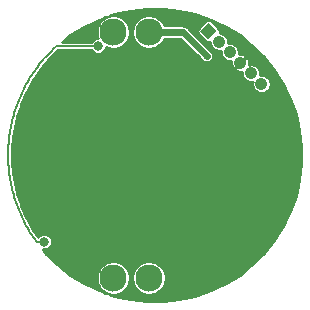
<source format=gbr>
G04 #@! TF.GenerationSoftware,KiCad,Pcbnew,5.1.5-52549c5~84~ubuntu19.04.1*
G04 #@! TF.CreationDate,2020-02-16T02:06:15+01:00*
G04 #@! TF.ProjectId,ilulissat,696c756c-6973-4736-9174-2e6b69636164,rev?*
G04 #@! TF.SameCoordinates,Original*
G04 #@! TF.FileFunction,Copper,L2,Bot*
G04 #@! TF.FilePolarity,Positive*
%FSLAX46Y46*%
G04 Gerber Fmt 4.6, Leading zero omitted, Abs format (unit mm)*
G04 Created by KiCad (PCBNEW 5.1.5-52549c5~84~ubuntu19.04.1) date 2020-02-16 02:06:15*
%MOMM*%
%LPD*%
G04 APERTURE LIST*
%ADD10C,1.000000*%
%ADD11C,0.100000*%
%ADD12C,17.800000*%
%ADD13C,2.300000*%
%ADD14R,2.700000X6.260000*%
%ADD15C,0.600000*%
%ADD16C,0.800000*%
%ADD17C,0.600000*%
%ADD18C,0.127000*%
%ADD19C,0.220000*%
G04 APERTURE END LIST*
D10*
X159040128Y-93990128D02*
X159040128Y-93990128D01*
X158142102Y-93092102D02*
X158142102Y-93092102D01*
X157244077Y-92194077D02*
X157244077Y-92194077D01*
X156346051Y-91296051D02*
X156346051Y-91296051D01*
X155448026Y-90398026D02*
X155448026Y-90398026D01*
G04 #@! TA.AperFunction,ComponentPad*
D11*
G36*
X154550000Y-90207107D02*
G01*
X153842893Y-89500000D01*
X154550000Y-88792893D01*
X155257107Y-89500000D01*
X154550000Y-90207107D01*
G37*
G04 #@! TD.AperFunction*
D12*
X148000000Y-100000000D03*
D13*
X149500000Y-110400000D03*
X146500000Y-110400000D03*
X149500000Y-89600000D03*
X146500000Y-89600000D03*
D14*
X160150000Y-101500000D03*
D15*
X142700000Y-101800000D03*
X152500000Y-95300000D03*
X148700000Y-97900000D03*
X147800000Y-97900000D03*
X146900000Y-97900000D03*
X146900000Y-97100000D03*
X147800000Y-97100000D03*
X148700000Y-97100000D03*
X148700000Y-96300000D03*
X147800000Y-96300000D03*
X146900000Y-96300000D03*
X141300000Y-97700000D03*
X142300000Y-97700000D03*
X144800000Y-97200000D03*
X160600000Y-96200000D03*
X157575000Y-98400000D03*
X158300000Y-104350000D03*
X162000000Y-97900000D03*
X158300000Y-103600000D03*
X158300000Y-99100000D03*
X153600000Y-98400000D03*
X152500000Y-96200000D03*
X152500000Y-98400000D03*
X158390904Y-96200000D03*
X156125000Y-98400000D03*
X153600000Y-99100000D03*
X156850000Y-98400000D03*
X158300000Y-101350000D03*
X154500000Y-99100000D03*
X161300000Y-97900000D03*
X160700000Y-105100000D03*
X158300000Y-100600000D03*
X156181815Y-96200000D03*
X158300000Y-105100000D03*
X158300000Y-99850000D03*
X158300000Y-102100000D03*
X159863630Y-96200000D03*
X158300000Y-98400000D03*
X155400000Y-99100000D03*
X160600000Y-97100000D03*
X159127267Y-96200000D03*
X154709089Y-96200000D03*
X159100000Y-105100000D03*
X159900000Y-105100000D03*
X157654541Y-96200000D03*
X155400000Y-98400000D03*
X158300000Y-102850000D03*
X153972726Y-96200000D03*
X160600000Y-97900000D03*
X153236363Y-96200000D03*
X156918178Y-96200000D03*
X155445452Y-96200000D03*
X151725000Y-103400000D03*
X153100000Y-107375000D03*
X150175000Y-105800000D03*
X154400000Y-101400000D03*
X151600000Y-93025000D03*
X143225000Y-109525000D03*
X143475000Y-89725000D03*
X145500000Y-94800000D03*
X148025000Y-91800000D03*
X154400000Y-91600000D03*
D16*
X145200000Y-90775000D03*
X140625000Y-107325000D03*
D17*
X154100001Y-91300001D02*
X154400000Y-91600000D01*
X152400000Y-89600000D02*
X154100001Y-91300001D01*
X149500000Y-89600000D02*
X152400000Y-89600000D01*
D18*
X139971832Y-107313049D02*
X139999284Y-107350000D01*
X139843640Y-107133946D02*
X139971832Y-107313049D01*
X139718621Y-106952559D02*
X139843640Y-107133946D01*
X139596859Y-106769009D02*
X139718621Y-106952559D01*
X139478348Y-106583287D02*
X139596859Y-106769009D01*
X138481288Y-104622130D02*
X138565159Y-104825893D01*
X138401078Y-104416993D02*
X138481288Y-104622130D01*
X138251614Y-104002533D02*
X138324509Y-104210433D01*
X140600000Y-107350000D02*
X140625000Y-107325000D01*
X137892734Y-102731109D02*
X137943110Y-102945547D01*
X139999284Y-107350000D02*
X140600000Y-107350000D01*
X137846165Y-102515782D02*
X137892734Y-102731109D01*
X137803430Y-102299680D02*
X137846165Y-102515782D01*
X137764528Y-102082803D02*
X137803430Y-102299680D01*
X138324509Y-104210433D02*
X138401078Y-104416993D01*
X137612460Y-100770506D02*
X137628088Y-100990268D01*
X137600735Y-100550517D02*
X137612460Y-100770506D01*
X137589010Y-100110160D02*
X137592917Y-100330357D01*
X137589010Y-99889848D02*
X137589010Y-100110160D01*
X137592918Y-99669642D02*
X137589010Y-99889848D01*
X139363156Y-93604504D02*
X139251305Y-93794328D01*
X137647607Y-101209637D02*
X137671022Y-101428676D01*
X138936289Y-94375132D02*
X138838198Y-94572385D01*
X139478346Y-93416717D02*
X139363156Y-93604504D01*
X139142907Y-93985985D02*
X139037858Y-94179668D01*
X138182436Y-103793419D02*
X138251614Y-104002533D01*
X139718621Y-93047441D02*
X139596862Y-93230987D01*
X137600736Y-99449477D02*
X137592918Y-99669642D01*
X139251305Y-93794328D02*
X139142907Y-93985985D01*
X138116964Y-103583054D02*
X138182436Y-103793419D01*
X139843638Y-92866057D02*
X139718621Y-93047441D01*
X138055256Y-103371636D02*
X138116964Y-103583054D01*
X139971839Y-92686942D02*
X139843638Y-92866057D01*
X137997280Y-103159042D02*
X138055256Y-103371636D01*
X140103252Y-92510059D02*
X139971839Y-92686942D01*
X141581129Y-90880381D02*
X141420599Y-91031236D01*
X137592917Y-100330357D02*
X137600735Y-100550517D01*
X145200000Y-90775000D02*
X141697335Y-90775000D01*
X138652586Y-105028023D02*
X138743625Y-105228655D01*
X138743624Y-94771348D02*
X138652583Y-94971983D01*
X139037858Y-105820331D02*
X139142893Y-106013989D01*
X137943113Y-97054443D02*
X137892738Y-97268877D01*
X141262821Y-91184868D02*
X141107728Y-91341343D01*
X138838192Y-105427603D02*
X138936288Y-105624865D01*
X138565158Y-95174108D02*
X138481288Y-95377870D01*
X141420599Y-91031236D02*
X141262821Y-91184868D01*
X138743625Y-105228655D02*
X138838192Y-105427603D01*
X138652583Y-94971983D02*
X138565158Y-95174108D01*
X139142893Y-106013989D02*
X139251351Y-106205754D01*
X137892738Y-97268877D02*
X137846167Y-97484213D01*
X141107728Y-91341343D02*
X140955423Y-91500561D01*
X138936288Y-105624865D02*
X139037858Y-105820331D01*
X138481288Y-95377870D02*
X138401080Y-95583001D01*
X137943110Y-102945547D02*
X137997280Y-103159042D01*
X140237702Y-92335643D02*
X140103252Y-92510059D01*
X137647608Y-98790365D02*
X137628088Y-99009744D01*
X140955423Y-91500561D02*
X140806021Y-91662398D01*
X138401080Y-95583001D02*
X138324514Y-95789554D01*
X138324514Y-95789554D02*
X138251622Y-95997447D01*
X137729501Y-98134611D02*
X137698327Y-98352688D01*
X140659500Y-91826880D02*
X140515862Y-91994004D01*
X137698327Y-98352688D02*
X137671022Y-98571331D01*
X140515862Y-91994004D02*
X140375310Y-92163535D01*
X137671022Y-98571331D02*
X137647608Y-98790365D01*
X140375310Y-92163535D02*
X140237702Y-92335643D01*
X137628088Y-100990268D02*
X137647607Y-101209637D01*
X139037858Y-94179668D02*
X138936289Y-94375132D01*
X139596862Y-93230987D02*
X139478346Y-93416717D01*
X141697335Y-90775000D02*
X141581129Y-90880381D01*
X138565159Y-104825893D02*
X138652586Y-105028023D01*
X137671022Y-101428676D02*
X137698327Y-101647317D01*
X138838198Y-94572385D02*
X138743624Y-94771348D01*
X137997281Y-96840955D02*
X137943113Y-97054443D01*
X140806021Y-91662398D02*
X140659500Y-91826880D01*
X137764528Y-97917201D02*
X137729501Y-98134611D01*
X139251351Y-106205754D02*
X139363143Y-106395475D01*
X137698327Y-101647317D02*
X137729501Y-101865394D01*
X137846167Y-97484213D02*
X137803432Y-97700317D01*
X138251622Y-95997447D02*
X138182433Y-96206594D01*
X139363143Y-106395475D02*
X139478348Y-106583287D01*
X137729501Y-101865394D02*
X137764528Y-102082803D01*
X137803432Y-97700317D02*
X137764528Y-97917201D01*
X138182433Y-96206594D02*
X138116963Y-96416949D01*
X138116963Y-96416949D02*
X138055258Y-96628359D01*
X138055258Y-96628359D02*
X137997281Y-96840955D01*
X137628088Y-99009744D02*
X137612461Y-99229486D01*
X137612461Y-99229486D02*
X137600736Y-99449477D01*
D19*
G36*
X152078250Y-87768298D02*
G01*
X153434698Y-88077899D01*
X154747953Y-88537427D01*
X156001500Y-89141103D01*
X157179575Y-89881336D01*
X158267362Y-90748818D01*
X159251182Y-91732638D01*
X160118664Y-92820425D01*
X160858897Y-93998500D01*
X161462573Y-95252047D01*
X161922101Y-96565302D01*
X162231702Y-97921750D01*
X162387481Y-99304334D01*
X162387481Y-100695666D01*
X162231702Y-102078250D01*
X161922101Y-103434698D01*
X161462573Y-104747953D01*
X160858897Y-106001500D01*
X160118664Y-107179575D01*
X159251182Y-108267362D01*
X158267362Y-109251182D01*
X157179575Y-110118664D01*
X156001500Y-110858897D01*
X154747953Y-111462573D01*
X153434698Y-111922101D01*
X152078250Y-112231702D01*
X150695666Y-112387481D01*
X149304334Y-112387481D01*
X147921750Y-112231702D01*
X146565302Y-111922101D01*
X146145897Y-111775345D01*
X146360339Y-111818000D01*
X146639661Y-111818000D01*
X146913615Y-111763507D01*
X147171675Y-111656615D01*
X147403922Y-111501432D01*
X147601432Y-111303922D01*
X147756615Y-111071675D01*
X147863507Y-110813615D01*
X147918000Y-110539661D01*
X147918000Y-110260339D01*
X148082000Y-110260339D01*
X148082000Y-110539661D01*
X148136493Y-110813615D01*
X148243385Y-111071675D01*
X148398568Y-111303922D01*
X148596078Y-111501432D01*
X148828325Y-111656615D01*
X149086385Y-111763507D01*
X149360339Y-111818000D01*
X149639661Y-111818000D01*
X149913615Y-111763507D01*
X150171675Y-111656615D01*
X150403922Y-111501432D01*
X150601432Y-111303922D01*
X150756615Y-111071675D01*
X150863507Y-110813615D01*
X150918000Y-110539661D01*
X150918000Y-110260339D01*
X150863507Y-109986385D01*
X150756615Y-109728325D01*
X150601432Y-109496078D01*
X150403922Y-109298568D01*
X150171675Y-109143385D01*
X149913615Y-109036493D01*
X149639661Y-108982000D01*
X149360339Y-108982000D01*
X149086385Y-109036493D01*
X148828325Y-109143385D01*
X148596078Y-109298568D01*
X148398568Y-109496078D01*
X148243385Y-109728325D01*
X148136493Y-109986385D01*
X148082000Y-110260339D01*
X147918000Y-110260339D01*
X147863507Y-109986385D01*
X147756615Y-109728325D01*
X147601432Y-109496078D01*
X147403922Y-109298568D01*
X147171675Y-109143385D01*
X146913615Y-109036493D01*
X146639661Y-108982000D01*
X146360339Y-108982000D01*
X146086385Y-109036493D01*
X145828325Y-109143385D01*
X145596078Y-109298568D01*
X145398568Y-109496078D01*
X145243385Y-109728325D01*
X145136493Y-109986385D01*
X145082000Y-110260339D01*
X145082000Y-110539661D01*
X145136493Y-110813615D01*
X145243385Y-111071675D01*
X145398568Y-111303922D01*
X145596078Y-111501432D01*
X145828325Y-111656615D01*
X145946625Y-111705616D01*
X145252047Y-111462573D01*
X143998500Y-110858897D01*
X142820425Y-110118664D01*
X141732638Y-109251182D01*
X140748818Y-108267362D01*
X140524519Y-107986100D01*
X140559208Y-107993000D01*
X140690792Y-107993000D01*
X140819848Y-107967329D01*
X140941417Y-107916974D01*
X141050825Y-107843869D01*
X141143869Y-107750825D01*
X141216974Y-107641417D01*
X141267329Y-107519848D01*
X141293000Y-107390792D01*
X141293000Y-107259208D01*
X141267329Y-107130152D01*
X141216974Y-107008583D01*
X141143869Y-106899175D01*
X141050825Y-106806131D01*
X140941417Y-106733026D01*
X140819848Y-106682671D01*
X140690792Y-106657000D01*
X140559208Y-106657000D01*
X140430152Y-106682671D01*
X140308583Y-106733026D01*
X140199175Y-106806131D01*
X140106131Y-106899175D01*
X140095453Y-106915155D01*
X139993251Y-106766874D01*
X139874745Y-106588232D01*
X139759418Y-106407502D01*
X139647253Y-106224648D01*
X139538477Y-106040046D01*
X139432922Y-105853416D01*
X139330656Y-105664864D01*
X139231810Y-105474641D01*
X139136331Y-105282641D01*
X139044299Y-105089028D01*
X138955692Y-104893758D01*
X138870577Y-104696974D01*
X138788973Y-104498718D01*
X138710897Y-104299041D01*
X138636361Y-104097966D01*
X138565415Y-103895625D01*
X138498089Y-103692108D01*
X138434361Y-103487347D01*
X138374311Y-103281609D01*
X138317874Y-103074661D01*
X138265154Y-102866878D01*
X138216114Y-102658129D01*
X138170795Y-102448580D01*
X138129209Y-102238292D01*
X138091339Y-102027170D01*
X138057251Y-101815586D01*
X138026906Y-101603314D01*
X138000335Y-101390550D01*
X137977545Y-101177368D01*
X137958545Y-100963837D01*
X137943333Y-100749923D01*
X137931921Y-100535814D01*
X137924312Y-100321535D01*
X137920510Y-100107226D01*
X137920510Y-99892735D01*
X137924313Y-99678468D01*
X137931922Y-99464179D01*
X137943334Y-99250075D01*
X137958545Y-99036174D01*
X137977547Y-98822628D01*
X138000335Y-98609458D01*
X138026905Y-98396697D01*
X138057252Y-98184409D01*
X138091336Y-97972855D01*
X138129211Y-97761704D01*
X138170792Y-97551435D01*
X138216123Y-97341834D01*
X138265160Y-97133099D01*
X138317875Y-96925338D01*
X138374317Y-96718369D01*
X138434361Y-96512652D01*
X138498073Y-96307943D01*
X138565430Y-96104336D01*
X138636367Y-95902018D01*
X138710899Y-95700954D01*
X138788954Y-95501329D01*
X138870590Y-95302996D01*
X138955680Y-95106270D01*
X139044296Y-94910979D01*
X139136347Y-94717326D01*
X139231820Y-94525339D01*
X139330678Y-94335093D01*
X139432898Y-94146626D01*
X139538418Y-93960059D01*
X139647290Y-93775292D01*
X139759406Y-93592518D01*
X139874731Y-93411789D01*
X139993276Y-93233089D01*
X140114935Y-93056579D01*
X140239693Y-92882275D01*
X140367613Y-92710093D01*
X140377652Y-92697069D01*
X156762298Y-92697069D01*
X156808407Y-92819245D01*
X156833220Y-92835826D01*
X156966313Y-92903649D01*
X157110082Y-92944204D01*
X157258999Y-92955932D01*
X157389206Y-92940527D01*
X157374102Y-93016461D01*
X157374102Y-93167743D01*
X157403616Y-93316119D01*
X157461509Y-93455886D01*
X157545557Y-93581673D01*
X157652531Y-93688647D01*
X157778318Y-93772695D01*
X157918085Y-93830588D01*
X158066461Y-93860102D01*
X158217743Y-93860102D01*
X158285632Y-93846598D01*
X158272128Y-93914487D01*
X158272128Y-94065769D01*
X158301642Y-94214145D01*
X158359535Y-94353912D01*
X158443583Y-94479699D01*
X158550557Y-94586673D01*
X158676344Y-94670721D01*
X158816111Y-94728614D01*
X158964487Y-94758128D01*
X159115769Y-94758128D01*
X159264145Y-94728614D01*
X159403912Y-94670721D01*
X159529699Y-94586673D01*
X159636673Y-94479699D01*
X159720721Y-94353912D01*
X159778614Y-94214145D01*
X159808128Y-94065769D01*
X159808128Y-93914487D01*
X159778614Y-93766111D01*
X159720721Y-93626344D01*
X159636673Y-93500557D01*
X159529699Y-93393583D01*
X159403912Y-93309535D01*
X159264145Y-93251642D01*
X159115769Y-93222128D01*
X158964487Y-93222128D01*
X158896598Y-93235632D01*
X158910102Y-93167743D01*
X158910102Y-93016461D01*
X158880588Y-92868085D01*
X158822695Y-92728318D01*
X158738647Y-92602531D01*
X158631673Y-92495557D01*
X158505886Y-92411509D01*
X158366119Y-92353616D01*
X158217743Y-92324102D01*
X158066461Y-92324102D01*
X157990527Y-92339206D01*
X158005932Y-92208999D01*
X157994204Y-92060082D01*
X157953649Y-91916313D01*
X157885826Y-91783220D01*
X157869245Y-91758407D01*
X157747069Y-91712298D01*
X157265290Y-92194077D01*
X157279433Y-92208219D01*
X157258219Y-92229433D01*
X157244077Y-92215290D01*
X156762298Y-92697069D01*
X140377652Y-92697069D01*
X140498480Y-92540326D01*
X140632394Y-92372839D01*
X140769172Y-92207860D01*
X140908996Y-92045174D01*
X141051577Y-91885114D01*
X141197004Y-91727583D01*
X141345231Y-91572628D01*
X141496210Y-91420303D01*
X141649757Y-91270792D01*
X141805989Y-91123975D01*
X141825260Y-91106500D01*
X144618104Y-91106500D01*
X144681131Y-91200825D01*
X144774175Y-91293869D01*
X144883583Y-91366974D01*
X145005152Y-91417329D01*
X145134208Y-91443000D01*
X145265792Y-91443000D01*
X145394848Y-91417329D01*
X145516417Y-91366974D01*
X145625825Y-91293869D01*
X145718869Y-91200825D01*
X145791974Y-91091417D01*
X145842329Y-90969848D01*
X145862072Y-90870594D01*
X146086385Y-90963507D01*
X146360339Y-91018000D01*
X146639661Y-91018000D01*
X146913615Y-90963507D01*
X147171675Y-90856615D01*
X147403922Y-90701432D01*
X147601432Y-90503922D01*
X147756615Y-90271675D01*
X147863507Y-90013615D01*
X147918000Y-89739661D01*
X147918000Y-89460339D01*
X148082000Y-89460339D01*
X148082000Y-89739661D01*
X148136493Y-90013615D01*
X148243385Y-90271675D01*
X148398568Y-90503922D01*
X148596078Y-90701432D01*
X148828325Y-90856615D01*
X149086385Y-90963507D01*
X149360339Y-91018000D01*
X149639661Y-91018000D01*
X149913615Y-90963507D01*
X150171675Y-90856615D01*
X150403922Y-90701432D01*
X150601432Y-90503922D01*
X150756615Y-90271675D01*
X150799559Y-90168000D01*
X152164728Y-90168000D01*
X153718092Y-91721365D01*
X153718097Y-91721369D01*
X153958806Y-91962078D01*
X153958806Y-91962079D01*
X154037921Y-92041194D01*
X154061241Y-92056776D01*
X154082910Y-92074559D01*
X154107630Y-92087772D01*
X154130951Y-92103355D01*
X154156862Y-92114088D01*
X154181584Y-92127302D01*
X154208415Y-92135441D01*
X154234321Y-92146172D01*
X154261817Y-92151641D01*
X154288652Y-92159782D01*
X154316560Y-92162531D01*
X154344057Y-92168000D01*
X154372097Y-92168000D01*
X154400000Y-92170748D01*
X154427903Y-92168000D01*
X154455943Y-92168000D01*
X154483440Y-92162530D01*
X154511347Y-92159782D01*
X154538180Y-92151642D01*
X154565679Y-92146172D01*
X154591588Y-92135440D01*
X154618415Y-92127302D01*
X154643135Y-92114089D01*
X154669049Y-92103355D01*
X154692371Y-92087771D01*
X154717090Y-92074559D01*
X154738760Y-92056776D01*
X154762079Y-92041194D01*
X154781908Y-92021365D01*
X154803580Y-92003580D01*
X154821367Y-91981906D01*
X154841194Y-91962079D01*
X154856776Y-91938760D01*
X154874559Y-91917090D01*
X154887771Y-91892371D01*
X154903355Y-91869049D01*
X154914089Y-91843135D01*
X154927302Y-91818415D01*
X154935440Y-91791588D01*
X154946172Y-91765679D01*
X154951642Y-91738180D01*
X154959782Y-91711347D01*
X154962530Y-91683440D01*
X154968000Y-91655943D01*
X154968000Y-91627903D01*
X154970748Y-91600000D01*
X154968000Y-91572097D01*
X154968000Y-91544057D01*
X154962531Y-91516560D01*
X154959782Y-91488652D01*
X154951641Y-91461817D01*
X154946172Y-91434321D01*
X154935441Y-91408415D01*
X154927302Y-91381584D01*
X154914088Y-91356862D01*
X154903355Y-91330951D01*
X154887772Y-91307630D01*
X154874559Y-91282910D01*
X154856776Y-91261241D01*
X154841194Y-91237921D01*
X154762079Y-91158806D01*
X154762078Y-91158806D01*
X154521369Y-90918097D01*
X154521365Y-90918092D01*
X153103273Y-89500000D01*
X153573597Y-89500000D01*
X153578771Y-89552537D01*
X153594096Y-89603055D01*
X153618982Y-89649613D01*
X153652472Y-89690421D01*
X154359579Y-90397528D01*
X154400387Y-90431018D01*
X154446945Y-90455904D01*
X154497463Y-90471229D01*
X154550000Y-90476403D01*
X154602537Y-90471229D01*
X154653055Y-90455904D01*
X154680026Y-90441488D01*
X154680026Y-90473667D01*
X154709540Y-90622043D01*
X154767433Y-90761810D01*
X154851481Y-90887597D01*
X154958455Y-90994571D01*
X155084242Y-91078619D01*
X155224009Y-91136512D01*
X155372385Y-91166026D01*
X155523667Y-91166026D01*
X155591555Y-91152522D01*
X155578051Y-91220410D01*
X155578051Y-91371692D01*
X155607565Y-91520068D01*
X155665458Y-91659835D01*
X155749506Y-91785622D01*
X155856480Y-91892596D01*
X155982267Y-91976644D01*
X156122034Y-92034537D01*
X156270410Y-92064051D01*
X156421692Y-92064051D01*
X156497627Y-92048946D01*
X156482222Y-92179155D01*
X156493950Y-92328072D01*
X156534505Y-92471841D01*
X156602328Y-92604934D01*
X156618909Y-92629747D01*
X156741085Y-92675856D01*
X157222864Y-92194077D01*
X157208721Y-92179935D01*
X157229935Y-92158721D01*
X157244077Y-92172864D01*
X157725856Y-91691085D01*
X157679747Y-91568909D01*
X157654934Y-91552328D01*
X157521841Y-91484505D01*
X157378072Y-91443950D01*
X157229155Y-91432222D01*
X157098946Y-91447627D01*
X157114051Y-91371692D01*
X157114051Y-91220410D01*
X157084537Y-91072034D01*
X157026644Y-90932267D01*
X156942596Y-90806480D01*
X156835622Y-90699506D01*
X156709835Y-90615458D01*
X156570068Y-90557565D01*
X156421692Y-90528051D01*
X156270410Y-90528051D01*
X156202522Y-90541555D01*
X156216026Y-90473667D01*
X156216026Y-90322385D01*
X156186512Y-90174009D01*
X156128619Y-90034242D01*
X156044571Y-89908455D01*
X155937597Y-89801481D01*
X155811810Y-89717433D01*
X155672043Y-89659540D01*
X155523667Y-89630026D01*
X155491488Y-89630026D01*
X155505904Y-89603055D01*
X155521229Y-89552537D01*
X155526403Y-89500000D01*
X155521229Y-89447463D01*
X155505904Y-89396945D01*
X155481018Y-89350387D01*
X155447528Y-89309579D01*
X154740421Y-88602472D01*
X154699613Y-88568982D01*
X154653055Y-88544096D01*
X154602537Y-88528771D01*
X154550000Y-88523597D01*
X154497463Y-88528771D01*
X154446945Y-88544096D01*
X154400387Y-88568982D01*
X154359579Y-88602472D01*
X153652472Y-89309579D01*
X153618982Y-89350387D01*
X153594096Y-89396945D01*
X153578771Y-89447463D01*
X153573597Y-89500000D01*
X153103273Y-89500000D01*
X152821374Y-89218102D01*
X152803580Y-89196420D01*
X152717091Y-89125440D01*
X152618416Y-89072698D01*
X152511347Y-89040219D01*
X152427900Y-89032000D01*
X152400000Y-89029252D01*
X152372100Y-89032000D01*
X150799559Y-89032000D01*
X150756615Y-88928325D01*
X150601432Y-88696078D01*
X150403922Y-88498568D01*
X150171675Y-88343385D01*
X149913615Y-88236493D01*
X149639661Y-88182000D01*
X149360339Y-88182000D01*
X149086385Y-88236493D01*
X148828325Y-88343385D01*
X148596078Y-88498568D01*
X148398568Y-88696078D01*
X148243385Y-88928325D01*
X148136493Y-89186385D01*
X148082000Y-89460339D01*
X147918000Y-89460339D01*
X147863507Y-89186385D01*
X147756615Y-88928325D01*
X147601432Y-88696078D01*
X147403922Y-88498568D01*
X147171675Y-88343385D01*
X146913615Y-88236493D01*
X146639661Y-88182000D01*
X146360339Y-88182000D01*
X146145897Y-88224655D01*
X146565302Y-88077899D01*
X147921750Y-87768298D01*
X149304334Y-87612519D01*
X150695666Y-87612519D01*
X152078250Y-87768298D01*
G37*
X152078250Y-87768298D02*
X153434698Y-88077899D01*
X154747953Y-88537427D01*
X156001500Y-89141103D01*
X157179575Y-89881336D01*
X158267362Y-90748818D01*
X159251182Y-91732638D01*
X160118664Y-92820425D01*
X160858897Y-93998500D01*
X161462573Y-95252047D01*
X161922101Y-96565302D01*
X162231702Y-97921750D01*
X162387481Y-99304334D01*
X162387481Y-100695666D01*
X162231702Y-102078250D01*
X161922101Y-103434698D01*
X161462573Y-104747953D01*
X160858897Y-106001500D01*
X160118664Y-107179575D01*
X159251182Y-108267362D01*
X158267362Y-109251182D01*
X157179575Y-110118664D01*
X156001500Y-110858897D01*
X154747953Y-111462573D01*
X153434698Y-111922101D01*
X152078250Y-112231702D01*
X150695666Y-112387481D01*
X149304334Y-112387481D01*
X147921750Y-112231702D01*
X146565302Y-111922101D01*
X146145897Y-111775345D01*
X146360339Y-111818000D01*
X146639661Y-111818000D01*
X146913615Y-111763507D01*
X147171675Y-111656615D01*
X147403922Y-111501432D01*
X147601432Y-111303922D01*
X147756615Y-111071675D01*
X147863507Y-110813615D01*
X147918000Y-110539661D01*
X147918000Y-110260339D01*
X148082000Y-110260339D01*
X148082000Y-110539661D01*
X148136493Y-110813615D01*
X148243385Y-111071675D01*
X148398568Y-111303922D01*
X148596078Y-111501432D01*
X148828325Y-111656615D01*
X149086385Y-111763507D01*
X149360339Y-111818000D01*
X149639661Y-111818000D01*
X149913615Y-111763507D01*
X150171675Y-111656615D01*
X150403922Y-111501432D01*
X150601432Y-111303922D01*
X150756615Y-111071675D01*
X150863507Y-110813615D01*
X150918000Y-110539661D01*
X150918000Y-110260339D01*
X150863507Y-109986385D01*
X150756615Y-109728325D01*
X150601432Y-109496078D01*
X150403922Y-109298568D01*
X150171675Y-109143385D01*
X149913615Y-109036493D01*
X149639661Y-108982000D01*
X149360339Y-108982000D01*
X149086385Y-109036493D01*
X148828325Y-109143385D01*
X148596078Y-109298568D01*
X148398568Y-109496078D01*
X148243385Y-109728325D01*
X148136493Y-109986385D01*
X148082000Y-110260339D01*
X147918000Y-110260339D01*
X147863507Y-109986385D01*
X147756615Y-109728325D01*
X147601432Y-109496078D01*
X147403922Y-109298568D01*
X147171675Y-109143385D01*
X146913615Y-109036493D01*
X146639661Y-108982000D01*
X146360339Y-108982000D01*
X146086385Y-109036493D01*
X145828325Y-109143385D01*
X145596078Y-109298568D01*
X145398568Y-109496078D01*
X145243385Y-109728325D01*
X145136493Y-109986385D01*
X145082000Y-110260339D01*
X145082000Y-110539661D01*
X145136493Y-110813615D01*
X145243385Y-111071675D01*
X145398568Y-111303922D01*
X145596078Y-111501432D01*
X145828325Y-111656615D01*
X145946625Y-111705616D01*
X145252047Y-111462573D01*
X143998500Y-110858897D01*
X142820425Y-110118664D01*
X141732638Y-109251182D01*
X140748818Y-108267362D01*
X140524519Y-107986100D01*
X140559208Y-107993000D01*
X140690792Y-107993000D01*
X140819848Y-107967329D01*
X140941417Y-107916974D01*
X141050825Y-107843869D01*
X141143869Y-107750825D01*
X141216974Y-107641417D01*
X141267329Y-107519848D01*
X141293000Y-107390792D01*
X141293000Y-107259208D01*
X141267329Y-107130152D01*
X141216974Y-107008583D01*
X141143869Y-106899175D01*
X141050825Y-106806131D01*
X140941417Y-106733026D01*
X140819848Y-106682671D01*
X140690792Y-106657000D01*
X140559208Y-106657000D01*
X140430152Y-106682671D01*
X140308583Y-106733026D01*
X140199175Y-106806131D01*
X140106131Y-106899175D01*
X140095453Y-106915155D01*
X139993251Y-106766874D01*
X139874745Y-106588232D01*
X139759418Y-106407502D01*
X139647253Y-106224648D01*
X139538477Y-106040046D01*
X139432922Y-105853416D01*
X139330656Y-105664864D01*
X139231810Y-105474641D01*
X139136331Y-105282641D01*
X139044299Y-105089028D01*
X138955692Y-104893758D01*
X138870577Y-104696974D01*
X138788973Y-104498718D01*
X138710897Y-104299041D01*
X138636361Y-104097966D01*
X138565415Y-103895625D01*
X138498089Y-103692108D01*
X138434361Y-103487347D01*
X138374311Y-103281609D01*
X138317874Y-103074661D01*
X138265154Y-102866878D01*
X138216114Y-102658129D01*
X138170795Y-102448580D01*
X138129209Y-102238292D01*
X138091339Y-102027170D01*
X138057251Y-101815586D01*
X138026906Y-101603314D01*
X138000335Y-101390550D01*
X137977545Y-101177368D01*
X137958545Y-100963837D01*
X137943333Y-100749923D01*
X137931921Y-100535814D01*
X137924312Y-100321535D01*
X137920510Y-100107226D01*
X137920510Y-99892735D01*
X137924313Y-99678468D01*
X137931922Y-99464179D01*
X137943334Y-99250075D01*
X137958545Y-99036174D01*
X137977547Y-98822628D01*
X138000335Y-98609458D01*
X138026905Y-98396697D01*
X138057252Y-98184409D01*
X138091336Y-97972855D01*
X138129211Y-97761704D01*
X138170792Y-97551435D01*
X138216123Y-97341834D01*
X138265160Y-97133099D01*
X138317875Y-96925338D01*
X138374317Y-96718369D01*
X138434361Y-96512652D01*
X138498073Y-96307943D01*
X138565430Y-96104336D01*
X138636367Y-95902018D01*
X138710899Y-95700954D01*
X138788954Y-95501329D01*
X138870590Y-95302996D01*
X138955680Y-95106270D01*
X139044296Y-94910979D01*
X139136347Y-94717326D01*
X139231820Y-94525339D01*
X139330678Y-94335093D01*
X139432898Y-94146626D01*
X139538418Y-93960059D01*
X139647290Y-93775292D01*
X139759406Y-93592518D01*
X139874731Y-93411789D01*
X139993276Y-93233089D01*
X140114935Y-93056579D01*
X140239693Y-92882275D01*
X140367613Y-92710093D01*
X140377652Y-92697069D01*
X156762298Y-92697069D01*
X156808407Y-92819245D01*
X156833220Y-92835826D01*
X156966313Y-92903649D01*
X157110082Y-92944204D01*
X157258999Y-92955932D01*
X157389206Y-92940527D01*
X157374102Y-93016461D01*
X157374102Y-93167743D01*
X157403616Y-93316119D01*
X157461509Y-93455886D01*
X157545557Y-93581673D01*
X157652531Y-93688647D01*
X157778318Y-93772695D01*
X157918085Y-93830588D01*
X158066461Y-93860102D01*
X158217743Y-93860102D01*
X158285632Y-93846598D01*
X158272128Y-93914487D01*
X158272128Y-94065769D01*
X158301642Y-94214145D01*
X158359535Y-94353912D01*
X158443583Y-94479699D01*
X158550557Y-94586673D01*
X158676344Y-94670721D01*
X158816111Y-94728614D01*
X158964487Y-94758128D01*
X159115769Y-94758128D01*
X159264145Y-94728614D01*
X159403912Y-94670721D01*
X159529699Y-94586673D01*
X159636673Y-94479699D01*
X159720721Y-94353912D01*
X159778614Y-94214145D01*
X159808128Y-94065769D01*
X159808128Y-93914487D01*
X159778614Y-93766111D01*
X159720721Y-93626344D01*
X159636673Y-93500557D01*
X159529699Y-93393583D01*
X159403912Y-93309535D01*
X159264145Y-93251642D01*
X159115769Y-93222128D01*
X158964487Y-93222128D01*
X158896598Y-93235632D01*
X158910102Y-93167743D01*
X158910102Y-93016461D01*
X158880588Y-92868085D01*
X158822695Y-92728318D01*
X158738647Y-92602531D01*
X158631673Y-92495557D01*
X158505886Y-92411509D01*
X158366119Y-92353616D01*
X158217743Y-92324102D01*
X158066461Y-92324102D01*
X157990527Y-92339206D01*
X158005932Y-92208999D01*
X157994204Y-92060082D01*
X157953649Y-91916313D01*
X157885826Y-91783220D01*
X157869245Y-91758407D01*
X157747069Y-91712298D01*
X157265290Y-92194077D01*
X157279433Y-92208219D01*
X157258219Y-92229433D01*
X157244077Y-92215290D01*
X156762298Y-92697069D01*
X140377652Y-92697069D01*
X140498480Y-92540326D01*
X140632394Y-92372839D01*
X140769172Y-92207860D01*
X140908996Y-92045174D01*
X141051577Y-91885114D01*
X141197004Y-91727583D01*
X141345231Y-91572628D01*
X141496210Y-91420303D01*
X141649757Y-91270792D01*
X141805989Y-91123975D01*
X141825260Y-91106500D01*
X144618104Y-91106500D01*
X144681131Y-91200825D01*
X144774175Y-91293869D01*
X144883583Y-91366974D01*
X145005152Y-91417329D01*
X145134208Y-91443000D01*
X145265792Y-91443000D01*
X145394848Y-91417329D01*
X145516417Y-91366974D01*
X145625825Y-91293869D01*
X145718869Y-91200825D01*
X145791974Y-91091417D01*
X145842329Y-90969848D01*
X145862072Y-90870594D01*
X146086385Y-90963507D01*
X146360339Y-91018000D01*
X146639661Y-91018000D01*
X146913615Y-90963507D01*
X147171675Y-90856615D01*
X147403922Y-90701432D01*
X147601432Y-90503922D01*
X147756615Y-90271675D01*
X147863507Y-90013615D01*
X147918000Y-89739661D01*
X147918000Y-89460339D01*
X148082000Y-89460339D01*
X148082000Y-89739661D01*
X148136493Y-90013615D01*
X148243385Y-90271675D01*
X148398568Y-90503922D01*
X148596078Y-90701432D01*
X148828325Y-90856615D01*
X149086385Y-90963507D01*
X149360339Y-91018000D01*
X149639661Y-91018000D01*
X149913615Y-90963507D01*
X150171675Y-90856615D01*
X150403922Y-90701432D01*
X150601432Y-90503922D01*
X150756615Y-90271675D01*
X150799559Y-90168000D01*
X152164728Y-90168000D01*
X153718092Y-91721365D01*
X153718097Y-91721369D01*
X153958806Y-91962078D01*
X153958806Y-91962079D01*
X154037921Y-92041194D01*
X154061241Y-92056776D01*
X154082910Y-92074559D01*
X154107630Y-92087772D01*
X154130951Y-92103355D01*
X154156862Y-92114088D01*
X154181584Y-92127302D01*
X154208415Y-92135441D01*
X154234321Y-92146172D01*
X154261817Y-92151641D01*
X154288652Y-92159782D01*
X154316560Y-92162531D01*
X154344057Y-92168000D01*
X154372097Y-92168000D01*
X154400000Y-92170748D01*
X154427903Y-92168000D01*
X154455943Y-92168000D01*
X154483440Y-92162530D01*
X154511347Y-92159782D01*
X154538180Y-92151642D01*
X154565679Y-92146172D01*
X154591588Y-92135440D01*
X154618415Y-92127302D01*
X154643135Y-92114089D01*
X154669049Y-92103355D01*
X154692371Y-92087771D01*
X154717090Y-92074559D01*
X154738760Y-92056776D01*
X154762079Y-92041194D01*
X154781908Y-92021365D01*
X154803580Y-92003580D01*
X154821367Y-91981906D01*
X154841194Y-91962079D01*
X154856776Y-91938760D01*
X154874559Y-91917090D01*
X154887771Y-91892371D01*
X154903355Y-91869049D01*
X154914089Y-91843135D01*
X154927302Y-91818415D01*
X154935440Y-91791588D01*
X154946172Y-91765679D01*
X154951642Y-91738180D01*
X154959782Y-91711347D01*
X154962530Y-91683440D01*
X154968000Y-91655943D01*
X154968000Y-91627903D01*
X154970748Y-91600000D01*
X154968000Y-91572097D01*
X154968000Y-91544057D01*
X154962531Y-91516560D01*
X154959782Y-91488652D01*
X154951641Y-91461817D01*
X154946172Y-91434321D01*
X154935441Y-91408415D01*
X154927302Y-91381584D01*
X154914088Y-91356862D01*
X154903355Y-91330951D01*
X154887772Y-91307630D01*
X154874559Y-91282910D01*
X154856776Y-91261241D01*
X154841194Y-91237921D01*
X154762079Y-91158806D01*
X154762078Y-91158806D01*
X154521369Y-90918097D01*
X154521365Y-90918092D01*
X153103273Y-89500000D01*
X153573597Y-89500000D01*
X153578771Y-89552537D01*
X153594096Y-89603055D01*
X153618982Y-89649613D01*
X153652472Y-89690421D01*
X154359579Y-90397528D01*
X154400387Y-90431018D01*
X154446945Y-90455904D01*
X154497463Y-90471229D01*
X154550000Y-90476403D01*
X154602537Y-90471229D01*
X154653055Y-90455904D01*
X154680026Y-90441488D01*
X154680026Y-90473667D01*
X154709540Y-90622043D01*
X154767433Y-90761810D01*
X154851481Y-90887597D01*
X154958455Y-90994571D01*
X155084242Y-91078619D01*
X155224009Y-91136512D01*
X155372385Y-91166026D01*
X155523667Y-91166026D01*
X155591555Y-91152522D01*
X155578051Y-91220410D01*
X155578051Y-91371692D01*
X155607565Y-91520068D01*
X155665458Y-91659835D01*
X155749506Y-91785622D01*
X155856480Y-91892596D01*
X155982267Y-91976644D01*
X156122034Y-92034537D01*
X156270410Y-92064051D01*
X156421692Y-92064051D01*
X156497627Y-92048946D01*
X156482222Y-92179155D01*
X156493950Y-92328072D01*
X156534505Y-92471841D01*
X156602328Y-92604934D01*
X156618909Y-92629747D01*
X156741085Y-92675856D01*
X157222864Y-92194077D01*
X157208721Y-92179935D01*
X157229935Y-92158721D01*
X157244077Y-92172864D01*
X157725856Y-91691085D01*
X157679747Y-91568909D01*
X157654934Y-91552328D01*
X157521841Y-91484505D01*
X157378072Y-91443950D01*
X157229155Y-91432222D01*
X157098946Y-91447627D01*
X157114051Y-91371692D01*
X157114051Y-91220410D01*
X157084537Y-91072034D01*
X157026644Y-90932267D01*
X156942596Y-90806480D01*
X156835622Y-90699506D01*
X156709835Y-90615458D01*
X156570068Y-90557565D01*
X156421692Y-90528051D01*
X156270410Y-90528051D01*
X156202522Y-90541555D01*
X156216026Y-90473667D01*
X156216026Y-90322385D01*
X156186512Y-90174009D01*
X156128619Y-90034242D01*
X156044571Y-89908455D01*
X155937597Y-89801481D01*
X155811810Y-89717433D01*
X155672043Y-89659540D01*
X155523667Y-89630026D01*
X155491488Y-89630026D01*
X155505904Y-89603055D01*
X155521229Y-89552537D01*
X155526403Y-89500000D01*
X155521229Y-89447463D01*
X155505904Y-89396945D01*
X155481018Y-89350387D01*
X155447528Y-89309579D01*
X154740421Y-88602472D01*
X154699613Y-88568982D01*
X154653055Y-88544096D01*
X154602537Y-88528771D01*
X154550000Y-88523597D01*
X154497463Y-88528771D01*
X154446945Y-88544096D01*
X154400387Y-88568982D01*
X154359579Y-88602472D01*
X153652472Y-89309579D01*
X153618982Y-89350387D01*
X153594096Y-89396945D01*
X153578771Y-89447463D01*
X153573597Y-89500000D01*
X153103273Y-89500000D01*
X152821374Y-89218102D01*
X152803580Y-89196420D01*
X152717091Y-89125440D01*
X152618416Y-89072698D01*
X152511347Y-89040219D01*
X152427900Y-89032000D01*
X152400000Y-89029252D01*
X152372100Y-89032000D01*
X150799559Y-89032000D01*
X150756615Y-88928325D01*
X150601432Y-88696078D01*
X150403922Y-88498568D01*
X150171675Y-88343385D01*
X149913615Y-88236493D01*
X149639661Y-88182000D01*
X149360339Y-88182000D01*
X149086385Y-88236493D01*
X148828325Y-88343385D01*
X148596078Y-88498568D01*
X148398568Y-88696078D01*
X148243385Y-88928325D01*
X148136493Y-89186385D01*
X148082000Y-89460339D01*
X147918000Y-89460339D01*
X147863507Y-89186385D01*
X147756615Y-88928325D01*
X147601432Y-88696078D01*
X147403922Y-88498568D01*
X147171675Y-88343385D01*
X146913615Y-88236493D01*
X146639661Y-88182000D01*
X146360339Y-88182000D01*
X146145897Y-88224655D01*
X146565302Y-88077899D01*
X147921750Y-87768298D01*
X149304334Y-87612519D01*
X150695666Y-87612519D01*
X152078250Y-87768298D01*
G36*
X145828325Y-88343385D02*
G01*
X145596078Y-88498568D01*
X145398568Y-88696078D01*
X145243385Y-88928325D01*
X145136493Y-89186385D01*
X145082000Y-89460339D01*
X145082000Y-89739661D01*
X145136493Y-90013615D01*
X145175174Y-90107000D01*
X145134208Y-90107000D01*
X145005152Y-90132671D01*
X144883583Y-90183026D01*
X144774175Y-90256131D01*
X144681131Y-90349175D01*
X144618104Y-90443500D01*
X142115494Y-90443500D01*
X142820425Y-89881336D01*
X143998500Y-89141103D01*
X145252047Y-88537427D01*
X145946625Y-88294384D01*
X145828325Y-88343385D01*
G37*
X145828325Y-88343385D02*
X145596078Y-88498568D01*
X145398568Y-88696078D01*
X145243385Y-88928325D01*
X145136493Y-89186385D01*
X145082000Y-89460339D01*
X145082000Y-89739661D01*
X145136493Y-90013615D01*
X145175174Y-90107000D01*
X145134208Y-90107000D01*
X145005152Y-90132671D01*
X144883583Y-90183026D01*
X144774175Y-90256131D01*
X144681131Y-90349175D01*
X144618104Y-90443500D01*
X142115494Y-90443500D01*
X142820425Y-89881336D01*
X143998500Y-89141103D01*
X145252047Y-88537427D01*
X145946625Y-88294384D01*
X145828325Y-88343385D01*
M02*

</source>
